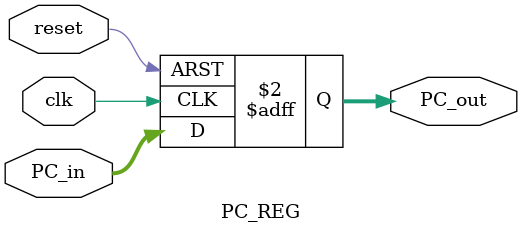
<source format=sv>
module PC_REG(input logic clk, reset,
				  input logic [31:0] PC_in,
				  output logic [31:0] PC_out);
	always_ff@(posedge clk, posedge reset)
		if(reset)
			PC_out <= 0;
		else
			PC_out <= PC_in;
					
endmodule 
</source>
